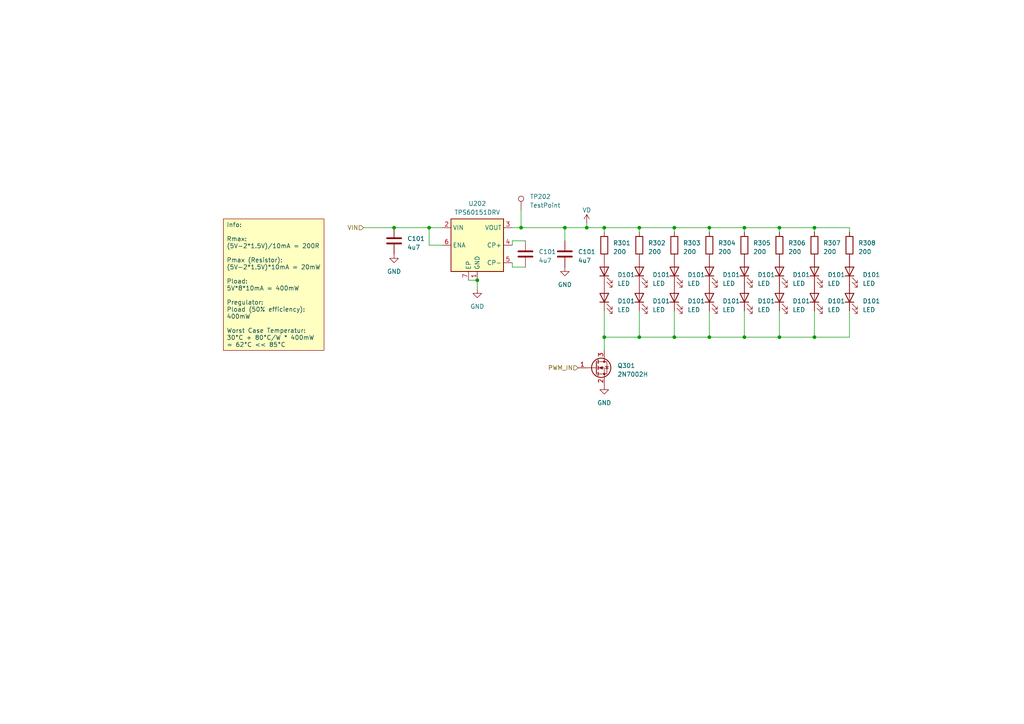
<source format=kicad_sch>
(kicad_sch (version 20230121) (generator eeschema)

  (uuid e608823b-30b9-4eed-96a2-c77bf46d57e6)

  (paper "A4")

  (lib_symbols
    (symbol "Connector:TestPoint" (pin_numbers hide) (pin_names (offset 0.762) hide) (in_bom yes) (on_board yes)
      (property "Reference" "TP" (at 0 6.858 0)
        (effects (font (size 1.27 1.27)))
      )
      (property "Value" "TestPoint" (at 0 5.08 0)
        (effects (font (size 1.27 1.27)))
      )
      (property "Footprint" "" (at 5.08 0 0)
        (effects (font (size 1.27 1.27)) hide)
      )
      (property "Datasheet" "~" (at 5.08 0 0)
        (effects (font (size 1.27 1.27)) hide)
      )
      (property "ki_keywords" "test point tp" (at 0 0 0)
        (effects (font (size 1.27 1.27)) hide)
      )
      (property "ki_description" "test point" (at 0 0 0)
        (effects (font (size 1.27 1.27)) hide)
      )
      (property "ki_fp_filters" "Pin* Test*" (at 0 0 0)
        (effects (font (size 1.27 1.27)) hide)
      )
      (symbol "TestPoint_0_1"
        (circle (center 0 3.302) (radius 0.762)
          (stroke (width 0) (type default))
          (fill (type none))
        )
      )
      (symbol "TestPoint_1_1"
        (pin passive line (at 0 0 90) (length 2.54)
          (name "1" (effects (font (size 1.27 1.27))))
          (number "1" (effects (font (size 1.27 1.27))))
        )
      )
    )
    (symbol "Device:C" (pin_numbers hide) (pin_names (offset 0.254)) (in_bom yes) (on_board yes)
      (property "Reference" "C" (at 0.635 2.54 0)
        (effects (font (size 1.27 1.27)) (justify left))
      )
      (property "Value" "C" (at 0.635 -2.54 0)
        (effects (font (size 1.27 1.27)) (justify left))
      )
      (property "Footprint" "" (at 0.9652 -3.81 0)
        (effects (font (size 1.27 1.27)) hide)
      )
      (property "Datasheet" "~" (at 0 0 0)
        (effects (font (size 1.27 1.27)) hide)
      )
      (property "ki_keywords" "cap capacitor" (at 0 0 0)
        (effects (font (size 1.27 1.27)) hide)
      )
      (property "ki_description" "Unpolarized capacitor" (at 0 0 0)
        (effects (font (size 1.27 1.27)) hide)
      )
      (property "ki_fp_filters" "C_*" (at 0 0 0)
        (effects (font (size 1.27 1.27)) hide)
      )
      (symbol "C_0_1"
        (polyline
          (pts
            (xy -2.032 -0.762)
            (xy 2.032 -0.762)
          )
          (stroke (width 0.508) (type default))
          (fill (type none))
        )
        (polyline
          (pts
            (xy -2.032 0.762)
            (xy 2.032 0.762)
          )
          (stroke (width 0.508) (type default))
          (fill (type none))
        )
      )
      (symbol "C_1_1"
        (pin passive line (at 0 3.81 270) (length 2.794)
          (name "~" (effects (font (size 1.27 1.27))))
          (number "1" (effects (font (size 1.27 1.27))))
        )
        (pin passive line (at 0 -3.81 90) (length 2.794)
          (name "~" (effects (font (size 1.27 1.27))))
          (number "2" (effects (font (size 1.27 1.27))))
        )
      )
    )
    (symbol "Device:LED" (pin_numbers hide) (pin_names (offset 1.016) hide) (in_bom yes) (on_board yes)
      (property "Reference" "D" (at 0 2.54 0)
        (effects (font (size 1.27 1.27)))
      )
      (property "Value" "LED" (at 0 -2.54 0)
        (effects (font (size 1.27 1.27)))
      )
      (property "Footprint" "" (at 0 0 0)
        (effects (font (size 1.27 1.27)) hide)
      )
      (property "Datasheet" "~" (at 0 0 0)
        (effects (font (size 1.27 1.27)) hide)
      )
      (property "ki_keywords" "LED diode" (at 0 0 0)
        (effects (font (size 1.27 1.27)) hide)
      )
      (property "ki_description" "Light emitting diode" (at 0 0 0)
        (effects (font (size 1.27 1.27)) hide)
      )
      (property "ki_fp_filters" "LED* LED_SMD:* LED_THT:*" (at 0 0 0)
        (effects (font (size 1.27 1.27)) hide)
      )
      (symbol "LED_0_1"
        (polyline
          (pts
            (xy -1.27 -1.27)
            (xy -1.27 1.27)
          )
          (stroke (width 0.254) (type default))
          (fill (type none))
        )
        (polyline
          (pts
            (xy -1.27 0)
            (xy 1.27 0)
          )
          (stroke (width 0) (type default))
          (fill (type none))
        )
        (polyline
          (pts
            (xy 1.27 -1.27)
            (xy 1.27 1.27)
            (xy -1.27 0)
            (xy 1.27 -1.27)
          )
          (stroke (width 0.254) (type default))
          (fill (type none))
        )
        (polyline
          (pts
            (xy -3.048 -0.762)
            (xy -4.572 -2.286)
            (xy -3.81 -2.286)
            (xy -4.572 -2.286)
            (xy -4.572 -1.524)
          )
          (stroke (width 0) (type default))
          (fill (type none))
        )
        (polyline
          (pts
            (xy -1.778 -0.762)
            (xy -3.302 -2.286)
            (xy -2.54 -2.286)
            (xy -3.302 -2.286)
            (xy -3.302 -1.524)
          )
          (stroke (width 0) (type default))
          (fill (type none))
        )
      )
      (symbol "LED_1_1"
        (pin passive line (at -3.81 0 0) (length 2.54)
          (name "K" (effects (font (size 1.27 1.27))))
          (number "1" (effects (font (size 1.27 1.27))))
        )
        (pin passive line (at 3.81 0 180) (length 2.54)
          (name "A" (effects (font (size 1.27 1.27))))
          (number "2" (effects (font (size 1.27 1.27))))
        )
      )
    )
    (symbol "Device:R" (pin_numbers hide) (pin_names (offset 0)) (in_bom yes) (on_board yes)
      (property "Reference" "R" (at 2.032 0 90)
        (effects (font (size 1.27 1.27)))
      )
      (property "Value" "R" (at 0 0 90)
        (effects (font (size 1.27 1.27)))
      )
      (property "Footprint" "" (at -1.778 0 90)
        (effects (font (size 1.27 1.27)) hide)
      )
      (property "Datasheet" "~" (at 0 0 0)
        (effects (font (size 1.27 1.27)) hide)
      )
      (property "ki_keywords" "R res resistor" (at 0 0 0)
        (effects (font (size 1.27 1.27)) hide)
      )
      (property "ki_description" "Resistor" (at 0 0 0)
        (effects (font (size 1.27 1.27)) hide)
      )
      (property "ki_fp_filters" "R_*" (at 0 0 0)
        (effects (font (size 1.27 1.27)) hide)
      )
      (symbol "R_0_1"
        (rectangle (start -1.016 -2.54) (end 1.016 2.54)
          (stroke (width 0.254) (type default))
          (fill (type none))
        )
      )
      (symbol "R_1_1"
        (pin passive line (at 0 3.81 270) (length 1.27)
          (name "~" (effects (font (size 1.27 1.27))))
          (number "1" (effects (font (size 1.27 1.27))))
        )
        (pin passive line (at 0 -3.81 90) (length 1.27)
          (name "~" (effects (font (size 1.27 1.27))))
          (number "2" (effects (font (size 1.27 1.27))))
        )
      )
    )
    (symbol "Regulator_SwitchedCapacitor:TPS60151DRV" (in_bom yes) (on_board yes)
      (property "Reference" "U" (at -6.35 8.89 0)
        (effects (font (size 1.27 1.27)))
      )
      (property "Value" "TPS60151DRV" (at 6.35 8.89 0)
        (effects (font (size 1.27 1.27)))
      )
      (property "Footprint" "Package_SON:WSON-6-1EP_2x2mm_P0.65mm_EP1x1.6mm_ThermalVias" (at 2.54 0 0)
        (effects (font (size 1.27 1.27)) hide)
      )
      (property "Datasheet" "https://www.ti.com/lit/ds/symlink/tps60151.pdf" (at 0 0 0)
        (effects (font (size 1.27 1.27)) hide)
      )
      (property "ki_keywords" "charge pump" (at 0 0 0)
        (effects (font (size 1.27 1.27)) hide)
      )
      (property "ki_description" "5V, 140mA charge-pump, WSON-6" (at 0 0 0)
        (effects (font (size 1.27 1.27)) hide)
      )
      (property "ki_fp_filters" "WSON*1EP*2x2mm*P0.65mm*" (at 0 0 0)
        (effects (font (size 1.27 1.27)) hide)
      )
      (symbol "TPS60151DRV_0_1"
        (rectangle (start -7.62 7.62) (end 7.62 -7.62)
          (stroke (width 0.254) (type default))
          (fill (type background))
        )
      )
      (symbol "TPS60151DRV_1_1"
        (pin power_in line (at 0 -10.16 90) (length 2.54)
          (name "GND" (effects (font (size 1.27 1.27))))
          (number "1" (effects (font (size 1.27 1.27))))
        )
        (pin power_in line (at -10.16 5.08 0) (length 2.54)
          (name "VIN" (effects (font (size 1.27 1.27))))
          (number "2" (effects (font (size 1.27 1.27))))
        )
        (pin power_out line (at 10.16 5.08 180) (length 2.54)
          (name "VOUT" (effects (font (size 1.27 1.27))))
          (number "3" (effects (font (size 1.27 1.27))))
        )
        (pin passive line (at 10.16 0 180) (length 2.54)
          (name "CP+" (effects (font (size 1.27 1.27))))
          (number "4" (effects (font (size 1.27 1.27))))
        )
        (pin passive line (at 10.16 -5.08 180) (length 2.54)
          (name "CP-" (effects (font (size 1.27 1.27))))
          (number "5" (effects (font (size 1.27 1.27))))
        )
        (pin input line (at -10.16 0 0) (length 2.54)
          (name "ENA" (effects (font (size 1.27 1.27))))
          (number "6" (effects (font (size 1.27 1.27))))
        )
        (pin passive line (at -2.54 -10.16 90) (length 2.54)
          (name "EP" (effects (font (size 1.27 1.27))))
          (number "7" (effects (font (size 1.27 1.27))))
        )
      )
    )
    (symbol "Transistor_FET:2N7002H" (pin_names hide) (in_bom yes) (on_board yes)
      (property "Reference" "Q" (at 5.08 1.905 0)
        (effects (font (size 1.27 1.27)) (justify left))
      )
      (property "Value" "2N7002H" (at 5.08 0 0)
        (effects (font (size 1.27 1.27)) (justify left))
      )
      (property "Footprint" "Package_TO_SOT_SMD:SOT-23" (at 5.08 -1.905 0)
        (effects (font (size 1.27 1.27) italic) (justify left) hide)
      )
      (property "Datasheet" "http://www.diodes.com/assets/Datasheets/2N7002H.pdf" (at 0 0 0)
        (effects (font (size 1.27 1.27)) (justify left) hide)
      )
      (property "ki_keywords" "N-Channel MOSFET" (at 0 0 0)
        (effects (font (size 1.27 1.27)) hide)
      )
      (property "ki_description" "0.21A Id, 60V Vds, N-Channel MOSFET, SOT-23" (at 0 0 0)
        (effects (font (size 1.27 1.27)) hide)
      )
      (property "ki_fp_filters" "SOT?23*" (at 0 0 0)
        (effects (font (size 1.27 1.27)) hide)
      )
      (symbol "2N7002H_0_1"
        (polyline
          (pts
            (xy 0.254 0)
            (xy -2.54 0)
          )
          (stroke (width 0) (type default))
          (fill (type none))
        )
        (polyline
          (pts
            (xy 0.254 1.905)
            (xy 0.254 -1.905)
          )
          (stroke (width 0.254) (type default))
          (fill (type none))
        )
        (polyline
          (pts
            (xy 0.762 -1.27)
            (xy 0.762 -2.286)
          )
          (stroke (width 0.254) (type default))
          (fill (type none))
        )
        (polyline
          (pts
            (xy 0.762 0.508)
            (xy 0.762 -0.508)
          )
          (stroke (width 0.254) (type default))
          (fill (type none))
        )
        (polyline
          (pts
            (xy 0.762 2.286)
            (xy 0.762 1.27)
          )
          (stroke (width 0.254) (type default))
          (fill (type none))
        )
        (polyline
          (pts
            (xy 2.54 2.54)
            (xy 2.54 1.778)
          )
          (stroke (width 0) (type default))
          (fill (type none))
        )
        (polyline
          (pts
            (xy 2.54 -2.54)
            (xy 2.54 0)
            (xy 0.762 0)
          )
          (stroke (width 0) (type default))
          (fill (type none))
        )
        (polyline
          (pts
            (xy 0.762 -1.778)
            (xy 3.302 -1.778)
            (xy 3.302 1.778)
            (xy 0.762 1.778)
          )
          (stroke (width 0) (type default))
          (fill (type none))
        )
        (polyline
          (pts
            (xy 1.016 0)
            (xy 2.032 0.381)
            (xy 2.032 -0.381)
            (xy 1.016 0)
          )
          (stroke (width 0) (type default))
          (fill (type outline))
        )
        (polyline
          (pts
            (xy 2.794 0.508)
            (xy 2.921 0.381)
            (xy 3.683 0.381)
            (xy 3.81 0.254)
          )
          (stroke (width 0) (type default))
          (fill (type none))
        )
        (polyline
          (pts
            (xy 3.302 0.381)
            (xy 2.921 -0.254)
            (xy 3.683 -0.254)
            (xy 3.302 0.381)
          )
          (stroke (width 0) (type default))
          (fill (type none))
        )
        (circle (center 1.651 0) (radius 2.794)
          (stroke (width 0.254) (type default))
          (fill (type none))
        )
        (circle (center 2.54 -1.778) (radius 0.254)
          (stroke (width 0) (type default))
          (fill (type outline))
        )
        (circle (center 2.54 1.778) (radius 0.254)
          (stroke (width 0) (type default))
          (fill (type outline))
        )
      )
      (symbol "2N7002H_1_1"
        (pin input line (at -5.08 0 0) (length 2.54)
          (name "G" (effects (font (size 1.27 1.27))))
          (number "1" (effects (font (size 1.27 1.27))))
        )
        (pin passive line (at 2.54 -5.08 90) (length 2.54)
          (name "S" (effects (font (size 1.27 1.27))))
          (number "2" (effects (font (size 1.27 1.27))))
        )
        (pin passive line (at 2.54 5.08 270) (length 2.54)
          (name "D" (effects (font (size 1.27 1.27))))
          (number "3" (effects (font (size 1.27 1.27))))
        )
      )
    )
    (symbol "power:GND" (power) (pin_names (offset 0)) (in_bom yes) (on_board yes)
      (property "Reference" "#PWR" (at 0 -6.35 0)
        (effects (font (size 1.27 1.27)) hide)
      )
      (property "Value" "GND" (at 0 -3.81 0)
        (effects (font (size 1.27 1.27)))
      )
      (property "Footprint" "" (at 0 0 0)
        (effects (font (size 1.27 1.27)) hide)
      )
      (property "Datasheet" "" (at 0 0 0)
        (effects (font (size 1.27 1.27)) hide)
      )
      (property "ki_keywords" "global power" (at 0 0 0)
        (effects (font (size 1.27 1.27)) hide)
      )
      (property "ki_description" "Power symbol creates a global label with name \"GND\" , ground" (at 0 0 0)
        (effects (font (size 1.27 1.27)) hide)
      )
      (symbol "GND_0_1"
        (polyline
          (pts
            (xy 0 0)
            (xy 0 -1.27)
            (xy 1.27 -1.27)
            (xy 0 -2.54)
            (xy -1.27 -1.27)
            (xy 0 -1.27)
          )
          (stroke (width 0) (type default))
          (fill (type none))
        )
      )
      (symbol "GND_1_1"
        (pin power_in line (at 0 0 270) (length 0) hide
          (name "GND" (effects (font (size 1.27 1.27))))
          (number "1" (effects (font (size 1.27 1.27))))
        )
      )
    )
    (symbol "power:VD" (power) (pin_names (offset 0)) (in_bom yes) (on_board yes)
      (property "Reference" "#PWR" (at 0 -3.81 0)
        (effects (font (size 1.27 1.27)) hide)
      )
      (property "Value" "VD" (at 0 3.81 0)
        (effects (font (size 1.27 1.27)))
      )
      (property "Footprint" "" (at 0 0 0)
        (effects (font (size 1.27 1.27)) hide)
      )
      (property "Datasheet" "" (at 0 0 0)
        (effects (font (size 1.27 1.27)) hide)
      )
      (property "ki_keywords" "global power" (at 0 0 0)
        (effects (font (size 1.27 1.27)) hide)
      )
      (property "ki_description" "Power symbol creates a global label with name \"VD\"" (at 0 0 0)
        (effects (font (size 1.27 1.27)) hide)
      )
      (symbol "VD_0_1"
        (polyline
          (pts
            (xy -0.762 1.27)
            (xy 0 2.54)
          )
          (stroke (width 0) (type default))
          (fill (type none))
        )
        (polyline
          (pts
            (xy 0 0)
            (xy 0 2.54)
          )
          (stroke (width 0) (type default))
          (fill (type none))
        )
        (polyline
          (pts
            (xy 0 2.54)
            (xy 0.762 1.27)
          )
          (stroke (width 0) (type default))
          (fill (type none))
        )
      )
      (symbol "VD_1_1"
        (pin power_in line (at 0 0 90) (length 0) hide
          (name "VD" (effects (font (size 1.27 1.27))))
          (number "1" (effects (font (size 1.27 1.27))))
        )
      )
    )
  )

  (junction (at 151.13 66.04) (diameter 0) (color 0 0 0 0)
    (uuid 13f84c2a-362e-46b6-af0b-e840f175baa9)
  )
  (junction (at 215.9 66.04) (diameter 0) (color 0 0 0 0)
    (uuid 23406ef0-a9dc-4c2d-97f8-534779bf3950)
  )
  (junction (at 215.9 97.79) (diameter 0) (color 0 0 0 0)
    (uuid 272ed22b-126b-4eff-800c-96b6c98177fb)
  )
  (junction (at 205.74 66.04) (diameter 0) (color 0 0 0 0)
    (uuid 27c20679-aebe-4d17-8f9c-5d14f204c9af)
  )
  (junction (at 236.22 66.04) (diameter 0) (color 0 0 0 0)
    (uuid 3d18d724-186f-4ab3-a15e-6239eb80ea2b)
  )
  (junction (at 195.58 97.79) (diameter 0) (color 0 0 0 0)
    (uuid 4043bb8f-c08e-4aaf-aa2e-4d47512b20bf)
  )
  (junction (at 124.46 66.04) (diameter 0) (color 0 0 0 0)
    (uuid 424e27fd-e7b0-4c37-869e-6e689335deb0)
  )
  (junction (at 226.06 66.04) (diameter 0) (color 0 0 0 0)
    (uuid 8778b17a-45c2-4089-a421-8e11e61dec55)
  )
  (junction (at 175.26 66.04) (diameter 0) (color 0 0 0 0)
    (uuid 8a2723bf-d61c-4056-86b6-3a9fbe1db095)
  )
  (junction (at 163.83 66.04) (diameter 0) (color 0 0 0 0)
    (uuid 9a4df732-e9d3-4867-8c33-3d203ab107ce)
  )
  (junction (at 114.3 66.04) (diameter 0) (color 0 0 0 0)
    (uuid 9bb61c0f-8fd1-445f-9d5d-ae4abcd805a4)
  )
  (junction (at 205.74 97.79) (diameter 0) (color 0 0 0 0)
    (uuid b28231bd-3598-4ab2-92ee-f3bc074caee6)
  )
  (junction (at 195.58 66.04) (diameter 0) (color 0 0 0 0)
    (uuid c5a230a4-24f5-4b69-857f-af098cfb3664)
  )
  (junction (at 226.06 97.79) (diameter 0) (color 0 0 0 0)
    (uuid c80c1109-2eba-44af-8d75-b40211130dc8)
  )
  (junction (at 236.22 97.79) (diameter 0) (color 0 0 0 0)
    (uuid d5b8c08f-b141-4540-a35b-6d7cc48640f3)
  )
  (junction (at 185.42 97.79) (diameter 0) (color 0 0 0 0)
    (uuid e6472d2a-f2ec-445c-9477-17d30824d5c9)
  )
  (junction (at 170.18 66.04) (diameter 0) (color 0 0 0 0)
    (uuid f6b72557-5784-4dc9-b546-4eb85a80150e)
  )
  (junction (at 138.43 81.28) (diameter 0) (color 0 0 0 0)
    (uuid f875e9db-a92b-46da-8daf-e45eb373f32b)
  )
  (junction (at 175.26 97.79) (diameter 0) (color 0 0 0 0)
    (uuid f8a0530e-6023-41b0-8783-2b4155398962)
  )
  (junction (at 185.42 66.04) (diameter 0) (color 0 0 0 0)
    (uuid ffb806b0-af6f-47cd-aa50-d469cd705bfc)
  )

  (wire (pts (xy 175.26 97.79) (xy 185.42 97.79))
    (stroke (width 0) (type default))
    (uuid 00b5ddc2-08db-4351-bfad-3d7123dd07bf)
  )
  (wire (pts (xy 185.42 66.04) (xy 185.42 67.31))
    (stroke (width 0) (type default))
    (uuid 02a1d998-622a-482f-a504-d72611b5af47)
  )
  (wire (pts (xy 215.9 66.04) (xy 226.06 66.04))
    (stroke (width 0) (type default))
    (uuid 0552bffa-1d40-4a38-a356-c02d46247850)
  )
  (wire (pts (xy 175.26 101.6) (xy 175.26 97.79))
    (stroke (width 0) (type default))
    (uuid 0922209a-211f-48bf-b9ec-7a1e7388a003)
  )
  (wire (pts (xy 175.26 66.04) (xy 185.42 66.04))
    (stroke (width 0) (type default))
    (uuid 0a3eb9dd-8af8-4475-82a7-45e54b1e3d91)
  )
  (wire (pts (xy 215.9 90.17) (xy 215.9 97.79))
    (stroke (width 0) (type default))
    (uuid 145b79b5-3f32-47b5-b5b7-37621cf244e5)
  )
  (wire (pts (xy 236.22 66.04) (xy 236.22 67.31))
    (stroke (width 0) (type default))
    (uuid 1ed73f2a-4e84-49eb-b29e-52abcb778b2e)
  )
  (wire (pts (xy 226.06 90.17) (xy 226.06 97.79))
    (stroke (width 0) (type default))
    (uuid 285a0c7e-3a3a-436e-837e-e9bb0f7edf8b)
  )
  (wire (pts (xy 185.42 97.79) (xy 195.58 97.79))
    (stroke (width 0) (type default))
    (uuid 3292257e-78c9-4545-a9c1-43c46ede7d0d)
  )
  (wire (pts (xy 236.22 66.04) (xy 246.38 66.04))
    (stroke (width 0) (type default))
    (uuid 380f6cd0-ea53-4b1a-a957-87e6a19b0012)
  )
  (wire (pts (xy 124.46 66.04) (xy 128.27 66.04))
    (stroke (width 0) (type default))
    (uuid 383b3106-65f5-4c45-b90d-eb413bb162be)
  )
  (wire (pts (xy 175.26 66.04) (xy 175.26 67.31))
    (stroke (width 0) (type default))
    (uuid 38f9a624-cafd-4dd0-bf05-fc2c2871031b)
  )
  (wire (pts (xy 170.18 66.04) (xy 175.26 66.04))
    (stroke (width 0) (type default))
    (uuid 3b78ffb2-43e8-448c-9a18-29f16ccd63a6)
  )
  (wire (pts (xy 148.59 71.12) (xy 148.59 69.85))
    (stroke (width 0) (type default))
    (uuid 429f75d5-1bee-4802-a4b4-bbf5cdd125f6)
  )
  (wire (pts (xy 246.38 97.79) (xy 246.38 90.17))
    (stroke (width 0) (type default))
    (uuid 5bbf37c6-e041-4617-bdb2-2417816ef11d)
  )
  (wire (pts (xy 205.74 66.04) (xy 215.9 66.04))
    (stroke (width 0) (type default))
    (uuid 5c6f739d-f612-44c7-953b-b1079d70b617)
  )
  (wire (pts (xy 175.26 90.17) (xy 175.26 97.79))
    (stroke (width 0) (type default))
    (uuid 62275e32-3e7a-4469-a223-9060066a318c)
  )
  (wire (pts (xy 148.59 69.85) (xy 152.4 69.85))
    (stroke (width 0) (type default))
    (uuid 68192c92-4f31-4a82-b7a8-ed06bb21641d)
  )
  (wire (pts (xy 114.3 66.04) (xy 124.46 66.04))
    (stroke (width 0) (type default))
    (uuid 6967bb4e-b879-4e84-a693-e6d3a1b0e13d)
  )
  (wire (pts (xy 215.9 66.04) (xy 215.9 67.31))
    (stroke (width 0) (type default))
    (uuid 6e0c445b-9f2b-425e-bffd-76276bb96979)
  )
  (wire (pts (xy 163.83 69.85) (xy 163.83 66.04))
    (stroke (width 0) (type default))
    (uuid 6e3755a7-8a71-4f49-8093-e0ac4bd75d3c)
  )
  (wire (pts (xy 205.74 90.17) (xy 205.74 97.79))
    (stroke (width 0) (type default))
    (uuid 738f8fe7-ad30-494d-91c2-b3171b23ed1c)
  )
  (wire (pts (xy 148.59 77.47) (xy 152.4 77.47))
    (stroke (width 0) (type default))
    (uuid 74578745-5bde-4642-b4ec-8bd1259a0c2e)
  )
  (wire (pts (xy 226.06 66.04) (xy 236.22 66.04))
    (stroke (width 0) (type default))
    (uuid 77892385-bdee-4b2b-ac61-1acd45f28f38)
  )
  (wire (pts (xy 236.22 97.79) (xy 246.38 97.79))
    (stroke (width 0) (type default))
    (uuid 83536e3d-0d4e-4af2-9948-9363d0125bd9)
  )
  (wire (pts (xy 135.89 81.28) (xy 138.43 81.28))
    (stroke (width 0) (type default))
    (uuid 86bc876a-b931-47c7-b6c1-e0ea983e83d9)
  )
  (wire (pts (xy 105.41 66.04) (xy 114.3 66.04))
    (stroke (width 0) (type default))
    (uuid 88cfac17-afe1-410a-b5d2-88d49d0c166c)
  )
  (wire (pts (xy 195.58 90.17) (xy 195.58 97.79))
    (stroke (width 0) (type default))
    (uuid 95e7bdeb-e965-4c62-9ba1-80f7c364aeb5)
  )
  (wire (pts (xy 195.58 66.04) (xy 205.74 66.04))
    (stroke (width 0) (type default))
    (uuid 98bd4f33-abfa-49c0-8d19-ee9a7c47ae59)
  )
  (wire (pts (xy 185.42 90.17) (xy 185.42 97.79))
    (stroke (width 0) (type default))
    (uuid 9fc8e123-f0b9-47d8-977c-9dae2f3ef912)
  )
  (wire (pts (xy 128.27 71.12) (xy 124.46 71.12))
    (stroke (width 0) (type default))
    (uuid a08f1dc3-224f-4283-8633-202b65b285ba)
  )
  (wire (pts (xy 195.58 66.04) (xy 195.58 67.31))
    (stroke (width 0) (type default))
    (uuid b12a5c10-5462-41ce-ae61-a3e23d57176a)
  )
  (wire (pts (xy 215.9 97.79) (xy 226.06 97.79))
    (stroke (width 0) (type default))
    (uuid b3478a34-398e-4cb4-a779-af93bdde9d0f)
  )
  (wire (pts (xy 195.58 97.79) (xy 205.74 97.79))
    (stroke (width 0) (type default))
    (uuid b7136ae6-5f5b-432b-aeb2-af0d366b96d5)
  )
  (wire (pts (xy 205.74 66.04) (xy 205.74 67.31))
    (stroke (width 0) (type default))
    (uuid c277f03f-4418-4740-a184-4fd10292f6d7)
  )
  (wire (pts (xy 226.06 66.04) (xy 226.06 67.31))
    (stroke (width 0) (type default))
    (uuid c502a8a8-240b-4ba8-b42c-12d41192979e)
  )
  (wire (pts (xy 148.59 76.2) (xy 148.59 77.47))
    (stroke (width 0) (type default))
    (uuid c67096e5-94f3-4831-987f-dab6e5834d38)
  )
  (wire (pts (xy 124.46 71.12) (xy 124.46 66.04))
    (stroke (width 0) (type default))
    (uuid cd8dec23-df71-4451-9b7e-5df78968b460)
  )
  (wire (pts (xy 226.06 97.79) (xy 236.22 97.79))
    (stroke (width 0) (type default))
    (uuid d20bebea-5069-4871-9633-5f757c604e72)
  )
  (wire (pts (xy 246.38 66.04) (xy 246.38 67.31))
    (stroke (width 0) (type default))
    (uuid d6c00f11-0e78-4842-ab5b-68f390a86c73)
  )
  (wire (pts (xy 205.74 97.79) (xy 215.9 97.79))
    (stroke (width 0) (type default))
    (uuid d6e9430d-daf1-49a9-bdaf-c4c89a2435fe)
  )
  (wire (pts (xy 138.43 81.28) (xy 138.43 83.82))
    (stroke (width 0) (type default))
    (uuid df4f40ed-7cc1-4ad3-a1af-832b5f80e5b0)
  )
  (wire (pts (xy 163.83 66.04) (xy 170.18 66.04))
    (stroke (width 0) (type default))
    (uuid e3c9b8fc-a097-4544-8f43-1738c175504b)
  )
  (wire (pts (xy 170.18 64.77) (xy 170.18 66.04))
    (stroke (width 0) (type default))
    (uuid e9e8cce9-b428-49d1-9587-1b743cd9bf13)
  )
  (wire (pts (xy 151.13 66.04) (xy 163.83 66.04))
    (stroke (width 0) (type default))
    (uuid f30b3451-eb9e-4c39-80a5-4dd5c6365ea5)
  )
  (wire (pts (xy 185.42 66.04) (xy 195.58 66.04))
    (stroke (width 0) (type default))
    (uuid f717d707-bdfa-482c-ae54-488734ee09b7)
  )
  (wire (pts (xy 151.13 60.96) (xy 151.13 66.04))
    (stroke (width 0) (type default))
    (uuid f984ee6d-b41f-4342-863c-94ab0e962250)
  )
  (wire (pts (xy 236.22 90.17) (xy 236.22 97.79))
    (stroke (width 0) (type default))
    (uuid faee9b32-00a4-4881-a13b-c7ffd495394e)
  )
  (wire (pts (xy 151.13 66.04) (xy 148.59 66.04))
    (stroke (width 0) (type default))
    (uuid ffab987f-1366-49c9-aeff-6db671f40b50)
  )

  (text_box "Info:\n\nRmax:\n(5V-2*1.5V)/10mA = 200R\n\nPmax (Resistor):\n(5V-2*1.5V)*10mA = 20mW\n\nPload:\n5V*8*10mA = 400mW\n\nPregulator:\nPload (50% efficiency): 400mW\n\nWorst Case Temperatur:\n30°C + 80°C/W * 400mW = 62°C << 85°C\n"
    (at 64.77 63.5 0) (size 29.21 38.1)
    (stroke (width 0) (type default) (color 132 0 0 1))
    (fill (type color) (color 255 255 194 1))
    (effects (font (size 1.27 1.27) (color 0 72 72 1)) (justify left top))
    (uuid fdf48602-5d1b-4354-823f-7b2b39fce4a0)
  )

  (hierarchical_label "VIN" (shape input) (at 105.41 66.04 180) (fields_autoplaced)
    (effects (font (size 1.27 1.27)) (justify right))
    (uuid 8b50d7b8-7edb-40a7-bc3e-15f8bab72530)
  )
  (hierarchical_label "PWM_IN" (shape input) (at 167.64 106.68 180) (fields_autoplaced)
    (effects (font (size 1.27 1.27)) (justify right))
    (uuid ceb49fb0-8015-4003-8841-e54398ea597a)
  )

  (symbol (lib_id "Device:LED") (at 195.58 86.36 90) (unit 1)
    (in_bom yes) (on_board yes) (dnp no) (fields_autoplaced)
    (uuid 01ed8901-d711-4b45-b6b9-a72f67283806)
    (property "Reference" "D101" (at 199.39 87.3125 90)
      (effects (font (size 1.27 1.27)) (justify right))
    )
    (property "Value" "LED" (at 199.39 89.8525 90)
      (effects (font (size 1.27 1.27)) (justify right))
    )
    (property "Footprint" "LED_THT:LED_D3.0mm" (at 195.58 86.36 0)
      (effects (font (size 1.27 1.27)) hide)
    )
    (property "Datasheet" "~" (at 195.58 86.36 0)
      (effects (font (size 1.27 1.27)) hide)
    )
    (pin "1" (uuid 53c43faf-48dc-4ca7-b531-8dcf309f41eb))
    (pin "2" (uuid cf898c68-021c-45eb-a4b1-e73f6c58d9fd))
    (instances
      (project "MamaGeburtstag2023"
        (path "/cbe27049-d298-4618-8cfc-5ee884c2b4ee"
          (reference "D101") (unit 1)
        )
        (path "/cbe27049-d298-4618-8cfc-5ee884c2b4ee/70c53f8f-ff05-4feb-bbf8-ab9935cbfd62"
          (reference "D311") (unit 1)
        )
      )
    )
  )

  (symbol (lib_id "Device:R") (at 236.22 71.12 0) (unit 1)
    (in_bom yes) (on_board yes) (dnp no) (fields_autoplaced)
    (uuid 0529d39a-39e1-45ec-b1be-dc4968f9dd1a)
    (property "Reference" "R307" (at 238.76 70.485 0)
      (effects (font (size 1.27 1.27)) (justify left))
    )
    (property "Value" "200" (at 238.76 73.025 0)
      (effects (font (size 1.27 1.27)) (justify left))
    )
    (property "Footprint" "Resistor_SMD:R_0603_1608Metric" (at 234.442 71.12 90)
      (effects (font (size 1.27 1.27)) hide)
    )
    (property "Datasheet" "~" (at 236.22 71.12 0)
      (effects (font (size 1.27 1.27)) hide)
    )
    (pin "1" (uuid 5bb44833-5088-45c7-9b53-a0759c9d86fd))
    (pin "2" (uuid 56bb603f-d1d0-480a-966c-2a9c141022db))
    (instances
      (project "MamaGeburtstag2023"
        (path "/cbe27049-d298-4618-8cfc-5ee884c2b4ee/70c53f8f-ff05-4feb-bbf8-ab9935cbfd62"
          (reference "R307") (unit 1)
        )
      )
    )
  )

  (symbol (lib_id "power:VD") (at 170.18 64.77 0) (unit 1)
    (in_bom yes) (on_board yes) (dnp no) (fields_autoplaced)
    (uuid 113a347a-f2fe-417e-96ef-edf7302e02fd)
    (property "Reference" "#PWR0110" (at 170.18 68.58 0)
      (effects (font (size 1.27 1.27)) hide)
    )
    (property "Value" "VD" (at 170.18 60.96 0)
      (effects (font (size 1.27 1.27)))
    )
    (property "Footprint" "" (at 170.18 64.77 0)
      (effects (font (size 1.27 1.27)) hide)
    )
    (property "Datasheet" "" (at 170.18 64.77 0)
      (effects (font (size 1.27 1.27)) hide)
    )
    (pin "1" (uuid f2bf01e8-d1a8-441a-b860-096d90509f56))
    (instances
      (project "MamaGeburtstag2023"
        (path "/cbe27049-d298-4618-8cfc-5ee884c2b4ee"
          (reference "#PWR0110") (unit 1)
        )
        (path "/cbe27049-d298-4618-8cfc-5ee884c2b4ee/70c53f8f-ff05-4feb-bbf8-ab9935cbfd62"
          (reference "#PWR0301") (unit 1)
        )
      )
    )
  )

  (symbol (lib_id "Connector:TestPoint") (at 151.13 60.96 0) (unit 1)
    (in_bom yes) (on_board yes) (dnp no) (fields_autoplaced)
    (uuid 151995f8-162d-4c90-96ce-8f377100af12)
    (property "Reference" "TP202" (at 153.67 57.023 0)
      (effects (font (size 1.27 1.27)) (justify left))
    )
    (property "Value" "TestPoint" (at 153.67 59.563 0)
      (effects (font (size 1.27 1.27)) (justify left))
    )
    (property "Footprint" "TestPoint:TestPoint_Pad_1.0x1.0mm" (at 156.21 60.96 0)
      (effects (font (size 1.27 1.27)) hide)
    )
    (property "Datasheet" "~" (at 156.21 60.96 0)
      (effects (font (size 1.27 1.27)) hide)
    )
    (pin "1" (uuid 50a5eeae-b510-4b3d-9233-5e70376347db))
    (instances
      (project "MamaGeburtstag2023"
        (path "/cbe27049-d298-4618-8cfc-5ee884c2b4ee/b818831b-2b4b-4b5c-a26e-ee2b043bca1c"
          (reference "TP202") (unit 1)
        )
        (path "/cbe27049-d298-4618-8cfc-5ee884c2b4ee/70c53f8f-ff05-4feb-bbf8-ab9935cbfd62"
          (reference "TP301") (unit 1)
        )
      )
    )
  )

  (symbol (lib_id "Device:R") (at 195.58 71.12 0) (unit 1)
    (in_bom yes) (on_board yes) (dnp no) (fields_autoplaced)
    (uuid 2066b5af-356a-40e2-8143-601480c6140d)
    (property "Reference" "R303" (at 198.12 70.485 0)
      (effects (font (size 1.27 1.27)) (justify left))
    )
    (property "Value" "200" (at 198.12 73.025 0)
      (effects (font (size 1.27 1.27)) (justify left))
    )
    (property "Footprint" "Resistor_SMD:R_0603_1608Metric" (at 193.802 71.12 90)
      (effects (font (size 1.27 1.27)) hide)
    )
    (property "Datasheet" "~" (at 195.58 71.12 0)
      (effects (font (size 1.27 1.27)) hide)
    )
    (pin "1" (uuid 22d9cda5-d726-4d41-b2c5-47809fdd4b9c))
    (pin "2" (uuid d8104478-990f-4eb7-b515-3eb415a7f521))
    (instances
      (project "MamaGeburtstag2023"
        (path "/cbe27049-d298-4618-8cfc-5ee884c2b4ee/70c53f8f-ff05-4feb-bbf8-ab9935cbfd62"
          (reference "R303") (unit 1)
        )
      )
    )
  )

  (symbol (lib_id "Device:LED") (at 185.42 78.74 90) (unit 1)
    (in_bom yes) (on_board yes) (dnp no) (fields_autoplaced)
    (uuid 27876cb8-fd70-4709-afa1-c7111c56370a)
    (property "Reference" "D101" (at 189.23 79.6925 90)
      (effects (font (size 1.27 1.27)) (justify right))
    )
    (property "Value" "LED" (at 189.23 82.2325 90)
      (effects (font (size 1.27 1.27)) (justify right))
    )
    (property "Footprint" "LED_THT:LED_D3.0mm" (at 185.42 78.74 0)
      (effects (font (size 1.27 1.27)) hide)
    )
    (property "Datasheet" "~" (at 185.42 78.74 0)
      (effects (font (size 1.27 1.27)) hide)
    )
    (pin "1" (uuid 74ccaf0c-9740-4d69-9cc2-8487fdfb2ab4))
    (pin "2" (uuid 00ac7dcc-a237-4572-9960-3155e52905bd))
    (instances
      (project "MamaGeburtstag2023"
        (path "/cbe27049-d298-4618-8cfc-5ee884c2b4ee"
          (reference "D101") (unit 1)
        )
        (path "/cbe27049-d298-4618-8cfc-5ee884c2b4ee/70c53f8f-ff05-4feb-bbf8-ab9935cbfd62"
          (reference "D302") (unit 1)
        )
      )
    )
  )

  (symbol (lib_id "Device:LED") (at 246.38 78.74 90) (unit 1)
    (in_bom yes) (on_board yes) (dnp no) (fields_autoplaced)
    (uuid 299fb0d6-6d91-44e7-904c-ea6c6f49ce34)
    (property "Reference" "D101" (at 250.19 79.6925 90)
      (effects (font (size 1.27 1.27)) (justify right))
    )
    (property "Value" "LED" (at 250.19 82.2325 90)
      (effects (font (size 1.27 1.27)) (justify right))
    )
    (property "Footprint" "LED_THT:LED_D3.0mm" (at 246.38 78.74 0)
      (effects (font (size 1.27 1.27)) hide)
    )
    (property "Datasheet" "~" (at 246.38 78.74 0)
      (effects (font (size 1.27 1.27)) hide)
    )
    (pin "1" (uuid 1c9aebec-5b35-4c11-9de6-56528d17c38f))
    (pin "2" (uuid cd21bb29-7aaa-4485-b8e3-cc88abd0063c))
    (instances
      (project "MamaGeburtstag2023"
        (path "/cbe27049-d298-4618-8cfc-5ee884c2b4ee"
          (reference "D101") (unit 1)
        )
        (path "/cbe27049-d298-4618-8cfc-5ee884c2b4ee/70c53f8f-ff05-4feb-bbf8-ab9935cbfd62"
          (reference "D308") (unit 1)
        )
      )
    )
  )

  (symbol (lib_id "power:GND") (at 138.43 83.82 0) (unit 1)
    (in_bom yes) (on_board yes) (dnp no) (fields_autoplaced)
    (uuid 2d70dff3-0286-4679-9c3f-cfd128e3fe5e)
    (property "Reference" "#PWR0103" (at 138.43 90.17 0)
      (effects (font (size 1.27 1.27)) hide)
    )
    (property "Value" "GND" (at 138.43 88.9 0)
      (effects (font (size 1.27 1.27)))
    )
    (property "Footprint" "" (at 138.43 83.82 0)
      (effects (font (size 1.27 1.27)) hide)
    )
    (property "Datasheet" "" (at 138.43 83.82 0)
      (effects (font (size 1.27 1.27)) hide)
    )
    (pin "1" (uuid 59f96528-3edd-4e48-8199-07e5ed510406))
    (instances
      (project "MamaGeburtstag2023"
        (path "/cbe27049-d298-4618-8cfc-5ee884c2b4ee"
          (reference "#PWR0103") (unit 1)
        )
        (path "/cbe27049-d298-4618-8cfc-5ee884c2b4ee/b818831b-2b4b-4b5c-a26e-ee2b043bca1c"
          (reference "#PWR0215") (unit 1)
        )
        (path "/cbe27049-d298-4618-8cfc-5ee884c2b4ee/70c53f8f-ff05-4feb-bbf8-ab9935cbfd62"
          (reference "#PWR0305") (unit 1)
        )
      )
    )
  )

  (symbol (lib_id "power:GND") (at 163.83 77.47 0) (unit 1)
    (in_bom yes) (on_board yes) (dnp no) (fields_autoplaced)
    (uuid 2e890c52-b8fc-433a-b1e9-91ec632c6432)
    (property "Reference" "#PWR0103" (at 163.83 83.82 0)
      (effects (font (size 1.27 1.27)) hide)
    )
    (property "Value" "GND" (at 163.83 82.55 0)
      (effects (font (size 1.27 1.27)))
    )
    (property "Footprint" "" (at 163.83 77.47 0)
      (effects (font (size 1.27 1.27)) hide)
    )
    (property "Datasheet" "" (at 163.83 77.47 0)
      (effects (font (size 1.27 1.27)) hide)
    )
    (pin "1" (uuid c72195ac-1333-4de3-97ab-9d6f3b4cfa74))
    (instances
      (project "MamaGeburtstag2023"
        (path "/cbe27049-d298-4618-8cfc-5ee884c2b4ee"
          (reference "#PWR0103") (unit 1)
        )
        (path "/cbe27049-d298-4618-8cfc-5ee884c2b4ee/b818831b-2b4b-4b5c-a26e-ee2b043bca1c"
          (reference "#PWR0205") (unit 1)
        )
        (path "/cbe27049-d298-4618-8cfc-5ee884c2b4ee/70c53f8f-ff05-4feb-bbf8-ab9935cbfd62"
          (reference "#PWR0304") (unit 1)
        )
      )
    )
  )

  (symbol (lib_id "Device:LED") (at 236.22 86.36 90) (unit 1)
    (in_bom yes) (on_board yes) (dnp no) (fields_autoplaced)
    (uuid 2f951ddc-be30-49c6-9e65-2f476a9cfa4d)
    (property "Reference" "D101" (at 240.03 87.3125 90)
      (effects (font (size 1.27 1.27)) (justify right))
    )
    (property "Value" "LED" (at 240.03 89.8525 90)
      (effects (font (size 1.27 1.27)) (justify right))
    )
    (property "Footprint" "LED_THT:LED_D3.0mm" (at 236.22 86.36 0)
      (effects (font (size 1.27 1.27)) hide)
    )
    (property "Datasheet" "~" (at 236.22 86.36 0)
      (effects (font (size 1.27 1.27)) hide)
    )
    (pin "1" (uuid 159b2801-768f-4556-b7af-1386ed972638))
    (pin "2" (uuid b798d7e6-4393-49db-86c6-dc1305f94d1c))
    (instances
      (project "MamaGeburtstag2023"
        (path "/cbe27049-d298-4618-8cfc-5ee884c2b4ee"
          (reference "D101") (unit 1)
        )
        (path "/cbe27049-d298-4618-8cfc-5ee884c2b4ee/70c53f8f-ff05-4feb-bbf8-ab9935cbfd62"
          (reference "D315") (unit 1)
        )
      )
    )
  )

  (symbol (lib_id "Device:LED") (at 185.42 86.36 90) (unit 1)
    (in_bom yes) (on_board yes) (dnp no) (fields_autoplaced)
    (uuid 336f8b79-eba8-4903-926b-82725ab32dad)
    (property "Reference" "D101" (at 189.23 87.3125 90)
      (effects (font (size 1.27 1.27)) (justify right))
    )
    (property "Value" "LED" (at 189.23 89.8525 90)
      (effects (font (size 1.27 1.27)) (justify right))
    )
    (property "Footprint" "LED_THT:LED_D3.0mm" (at 185.42 86.36 0)
      (effects (font (size 1.27 1.27)) hide)
    )
    (property "Datasheet" "~" (at 185.42 86.36 0)
      (effects (font (size 1.27 1.27)) hide)
    )
    (pin "1" (uuid deadcafc-25d1-43a2-8751-321d309d253e))
    (pin "2" (uuid 5d0fa77c-d7dc-48f4-84be-ed227a60b861))
    (instances
      (project "MamaGeburtstag2023"
        (path "/cbe27049-d298-4618-8cfc-5ee884c2b4ee"
          (reference "D101") (unit 1)
        )
        (path "/cbe27049-d298-4618-8cfc-5ee884c2b4ee/70c53f8f-ff05-4feb-bbf8-ab9935cbfd62"
          (reference "D310") (unit 1)
        )
      )
    )
  )

  (symbol (lib_id "Transistor_FET:2N7002H") (at 172.72 106.68 0) (unit 1)
    (in_bom yes) (on_board yes) (dnp no) (fields_autoplaced)
    (uuid 3b417e37-fd3e-4216-8972-e57ec88222cb)
    (property "Reference" "Q301" (at 179.07 106.045 0)
      (effects (font (size 1.27 1.27)) (justify left))
    )
    (property "Value" "2N7002H" (at 179.07 108.585 0)
      (effects (font (size 1.27 1.27)) (justify left))
    )
    (property "Footprint" "Package_TO_SOT_SMD:SOT-23" (at 177.8 108.585 0)
      (effects (font (size 1.27 1.27) italic) (justify left) hide)
    )
    (property "Datasheet" "http://www.diodes.com/assets/Datasheets/2N7002H.pdf" (at 172.72 106.68 0)
      (effects (font (size 1.27 1.27)) (justify left) hide)
    )
    (pin "1" (uuid 2f9f4786-a8a4-4a31-8ffe-3e06094e5386))
    (pin "2" (uuid 1199c18d-1fb6-4b06-9293-b32e79d72746))
    (pin "3" (uuid c1e423a9-0f57-4dd7-9879-19f7e9132e2b))
    (instances
      (project "MamaGeburtstag2023"
        (path "/cbe27049-d298-4618-8cfc-5ee884c2b4ee/70c53f8f-ff05-4feb-bbf8-ab9935cbfd62"
          (reference "Q301") (unit 1)
        )
      )
    )
  )

  (symbol (lib_id "Regulator_SwitchedCapacitor:TPS60151DRV") (at 138.43 71.12 0) (unit 1)
    (in_bom yes) (on_board yes) (dnp no) (fields_autoplaced)
    (uuid 405a8114-aad9-4b58-bddb-ca1321eb111f)
    (property "Reference" "U202" (at 138.43 59.055 0)
      (effects (font (size 1.27 1.27)))
    )
    (property "Value" "TPS60151DRV" (at 138.43 61.595 0)
      (effects (font (size 1.27 1.27)))
    )
    (property "Footprint" "Package_SON:WSON-6-1EP_2x2mm_P0.65mm_EP1x1.6mm_ThermalVias" (at 140.97 71.12 0)
      (effects (font (size 1.27 1.27)) hide)
    )
    (property "Datasheet" "https://www.ti.com/lit/ds/symlink/tps60151.pdf" (at 138.43 71.12 0)
      (effects (font (size 1.27 1.27)) hide)
    )
    (pin "1" (uuid bfef0ab4-e6d9-4261-8ccf-792a0cad512c))
    (pin "2" (uuid 88294b92-2d69-45e7-ad8e-f5217f960e36))
    (pin "3" (uuid 7ada9d3e-6ac0-402d-b4ad-126545729894))
    (pin "4" (uuid 0de12c36-1556-43c5-9458-bdaca07ca4b1))
    (pin "5" (uuid a89d2449-22eb-404e-b18d-fbf37c5bf7e2))
    (pin "6" (uuid 76410f1b-e5de-4fae-80aa-2c71ee4de60e))
    (pin "7" (uuid 3622a62e-879a-49a4-8edf-1a078076515a))
    (instances
      (project "MamaGeburtstag2023"
        (path "/cbe27049-d298-4618-8cfc-5ee884c2b4ee/b818831b-2b4b-4b5c-a26e-ee2b043bca1c"
          (reference "U202") (unit 1)
        )
        (path "/cbe27049-d298-4618-8cfc-5ee884c2b4ee/70c53f8f-ff05-4feb-bbf8-ab9935cbfd62"
          (reference "U301") (unit 1)
        )
      )
    )
  )

  (symbol (lib_id "Device:LED") (at 226.06 78.74 90) (unit 1)
    (in_bom yes) (on_board yes) (dnp no) (fields_autoplaced)
    (uuid 448f4083-9c1d-49e6-a270-fde8f4a02396)
    (property "Reference" "D101" (at 229.87 79.6925 90)
      (effects (font (size 1.27 1.27)) (justify right))
    )
    (property "Value" "LED" (at 229.87 82.2325 90)
      (effects (font (size 1.27 1.27)) (justify right))
    )
    (property "Footprint" "LED_THT:LED_D3.0mm" (at 226.06 78.74 0)
      (effects (font (size 1.27 1.27)) hide)
    )
    (property "Datasheet" "~" (at 226.06 78.74 0)
      (effects (font (size 1.27 1.27)) hide)
    )
    (pin "1" (uuid 6ac380ee-6f24-494c-aabe-aa7a006a9451))
    (pin "2" (uuid 06bd381d-b9d2-4720-bea3-dc7238eb4469))
    (instances
      (project "MamaGeburtstag2023"
        (path "/cbe27049-d298-4618-8cfc-5ee884c2b4ee"
          (reference "D101") (unit 1)
        )
        (path "/cbe27049-d298-4618-8cfc-5ee884c2b4ee/70c53f8f-ff05-4feb-bbf8-ab9935cbfd62"
          (reference "D306") (unit 1)
        )
      )
    )
  )

  (symbol (lib_id "Device:C") (at 114.3 69.85 0) (unit 1)
    (in_bom yes) (on_board yes) (dnp no)
    (uuid 4559b28b-b41b-4e68-9bd4-e977008f8aac)
    (property "Reference" "C101" (at 118.11 69.215 0)
      (effects (font (size 1.27 1.27)) (justify left))
    )
    (property "Value" "4u7" (at 118.11 71.755 0)
      (effects (font (size 1.27 1.27)) (justify left))
    )
    (property "Footprint" "Capacitor_SMD:C_0603_1608Metric" (at 115.2652 73.66 0)
      (effects (font (size 1.27 1.27)) hide)
    )
    (property "Datasheet" "~" (at 114.3 69.85 0)
      (effects (font (size 1.27 1.27)) hide)
    )
    (pin "1" (uuid 2f1b838d-8100-49be-bcdb-3061cc380d08))
    (pin "2" (uuid c145857a-a796-462b-b625-c4069e887362))
    (instances
      (project "MamaGeburtstag2023"
        (path "/cbe27049-d298-4618-8cfc-5ee884c2b4ee"
          (reference "C101") (unit 1)
        )
        (path "/cbe27049-d298-4618-8cfc-5ee884c2b4ee/b818831b-2b4b-4b5c-a26e-ee2b043bca1c"
          (reference "C208") (unit 1)
        )
        (path "/cbe27049-d298-4618-8cfc-5ee884c2b4ee/70c53f8f-ff05-4feb-bbf8-ab9935cbfd62"
          (reference "C301") (unit 1)
        )
      )
    )
  )

  (symbol (lib_id "Device:LED") (at 205.74 86.36 90) (unit 1)
    (in_bom yes) (on_board yes) (dnp no) (fields_autoplaced)
    (uuid 60bc96a8-c02c-4669-928a-a809848b275b)
    (property "Reference" "D101" (at 209.55 87.3125 90)
      (effects (font (size 1.27 1.27)) (justify right))
    )
    (property "Value" "LED" (at 209.55 89.8525 90)
      (effects (font (size 1.27 1.27)) (justify right))
    )
    (property "Footprint" "LED_THT:LED_D3.0mm" (at 205.74 86.36 0)
      (effects (font (size 1.27 1.27)) hide)
    )
    (property "Datasheet" "~" (at 205.74 86.36 0)
      (effects (font (size 1.27 1.27)) hide)
    )
    (pin "1" (uuid 1bb83afc-22db-451d-ba67-b15926c17456))
    (pin "2" (uuid 3d7ff4b0-90b1-4292-b612-a77833cd0d52))
    (instances
      (project "MamaGeburtstag2023"
        (path "/cbe27049-d298-4618-8cfc-5ee884c2b4ee"
          (reference "D101") (unit 1)
        )
        (path "/cbe27049-d298-4618-8cfc-5ee884c2b4ee/70c53f8f-ff05-4feb-bbf8-ab9935cbfd62"
          (reference "D312") (unit 1)
        )
      )
    )
  )

  (symbol (lib_id "Device:R") (at 246.38 71.12 0) (unit 1)
    (in_bom yes) (on_board yes) (dnp no) (fields_autoplaced)
    (uuid 6543edf2-ca7b-446e-8f5e-1f33f4a44052)
    (property "Reference" "R308" (at 248.92 70.485 0)
      (effects (font (size 1.27 1.27)) (justify left))
    )
    (property "Value" "200" (at 248.92 73.025 0)
      (effects (font (size 1.27 1.27)) (justify left))
    )
    (property "Footprint" "Resistor_SMD:R_0603_1608Metric" (at 244.602 71.12 90)
      (effects (font (size 1.27 1.27)) hide)
    )
    (property "Datasheet" "~" (at 246.38 71.12 0)
      (effects (font (size 1.27 1.27)) hide)
    )
    (pin "1" (uuid 867b4b87-e724-4ef3-a96d-f979d3a9d4be))
    (pin "2" (uuid 4cd0e870-ddc2-4667-83a1-fd2573fbe879))
    (instances
      (project "MamaGeburtstag2023"
        (path "/cbe27049-d298-4618-8cfc-5ee884c2b4ee/70c53f8f-ff05-4feb-bbf8-ab9935cbfd62"
          (reference "R308") (unit 1)
        )
      )
    )
  )

  (symbol (lib_id "Device:R") (at 226.06 71.12 0) (unit 1)
    (in_bom yes) (on_board yes) (dnp no) (fields_autoplaced)
    (uuid 6cb59e8a-77c5-4f2b-ba93-004fdd40021a)
    (property "Reference" "R306" (at 228.6 70.485 0)
      (effects (font (size 1.27 1.27)) (justify left))
    )
    (property "Value" "200" (at 228.6 73.025 0)
      (effects (font (size 1.27 1.27)) (justify left))
    )
    (property "Footprint" "Resistor_SMD:R_0603_1608Metric" (at 224.282 71.12 90)
      (effects (font (size 1.27 1.27)) hide)
    )
    (property "Datasheet" "~" (at 226.06 71.12 0)
      (effects (font (size 1.27 1.27)) hide)
    )
    (pin "1" (uuid 19de3d9b-10f3-4341-a6c8-9fe908479d93))
    (pin "2" (uuid 917918f5-46f7-4cfc-b652-491cc31f1e83))
    (instances
      (project "MamaGeburtstag2023"
        (path "/cbe27049-d298-4618-8cfc-5ee884c2b4ee/70c53f8f-ff05-4feb-bbf8-ab9935cbfd62"
          (reference "R306") (unit 1)
        )
      )
    )
  )

  (symbol (lib_id "Device:LED") (at 215.9 86.36 90) (unit 1)
    (in_bom yes) (on_board yes) (dnp no) (fields_autoplaced)
    (uuid 732dbf12-cdef-4b8d-9171-41e6d927103f)
    (property "Reference" "D101" (at 219.71 87.3125 90)
      (effects (font (size 1.27 1.27)) (justify right))
    )
    (property "Value" "LED" (at 219.71 89.8525 90)
      (effects (font (size 1.27 1.27)) (justify right))
    )
    (property "Footprint" "LED_THT:LED_D3.0mm" (at 215.9 86.36 0)
      (effects (font (size 1.27 1.27)) hide)
    )
    (property "Datasheet" "~" (at 215.9 86.36 0)
      (effects (font (size 1.27 1.27)) hide)
    )
    (pin "1" (uuid a99b485a-634b-496a-96a9-ef60e0658d96))
    (pin "2" (uuid 2c439ff6-9632-4c34-acd6-b3c26d0cde9d))
    (instances
      (project "MamaGeburtstag2023"
        (path "/cbe27049-d298-4618-8cfc-5ee884c2b4ee"
          (reference "D101") (unit 1)
        )
        (path "/cbe27049-d298-4618-8cfc-5ee884c2b4ee/70c53f8f-ff05-4feb-bbf8-ab9935cbfd62"
          (reference "D313") (unit 1)
        )
      )
    )
  )

  (symbol (lib_id "Device:LED") (at 236.22 78.74 90) (unit 1)
    (in_bom yes) (on_board yes) (dnp no) (fields_autoplaced)
    (uuid 754f0bd7-be44-4fa5-8ebf-106a2c3f83c4)
    (property "Reference" "D101" (at 240.03 79.6925 90)
      (effects (font (size 1.27 1.27)) (justify right))
    )
    (property "Value" "LED" (at 240.03 82.2325 90)
      (effects (font (size 1.27 1.27)) (justify right))
    )
    (property "Footprint" "LED_THT:LED_D3.0mm" (at 236.22 78.74 0)
      (effects (font (size 1.27 1.27)) hide)
    )
    (property "Datasheet" "~" (at 236.22 78.74 0)
      (effects (font (size 1.27 1.27)) hide)
    )
    (pin "1" (uuid 9d1ff5b2-a926-4f8d-b411-3a5116aa744b))
    (pin "2" (uuid e24dee66-0e21-4b09-a322-7a370e127e29))
    (instances
      (project "MamaGeburtstag2023"
        (path "/cbe27049-d298-4618-8cfc-5ee884c2b4ee"
          (reference "D101") (unit 1)
        )
        (path "/cbe27049-d298-4618-8cfc-5ee884c2b4ee/70c53f8f-ff05-4feb-bbf8-ab9935cbfd62"
          (reference "D307") (unit 1)
        )
      )
    )
  )

  (symbol (lib_id "Device:LED") (at 175.26 86.36 90) (unit 1)
    (in_bom yes) (on_board yes) (dnp no) (fields_autoplaced)
    (uuid 76719d55-ef67-4187-bbeb-62b8488ce065)
    (property "Reference" "D101" (at 179.07 87.3125 90)
      (effects (font (size 1.27 1.27)) (justify right))
    )
    (property "Value" "LED" (at 179.07 89.8525 90)
      (effects (font (size 1.27 1.27)) (justify right))
    )
    (property "Footprint" "LED_THT:LED_D3.0mm" (at 175.26 86.36 0)
      (effects (font (size 1.27 1.27)) hide)
    )
    (property "Datasheet" "~" (at 175.26 86.36 0)
      (effects (font (size 1.27 1.27)) hide)
    )
    (pin "1" (uuid f7366a4d-2083-49e4-8267-4e1c6a36916f))
    (pin "2" (uuid 23f22032-6a4d-4b98-9a3a-c76fb7aa1f0b))
    (instances
      (project "MamaGeburtstag2023"
        (path "/cbe27049-d298-4618-8cfc-5ee884c2b4ee"
          (reference "D101") (unit 1)
        )
        (path "/cbe27049-d298-4618-8cfc-5ee884c2b4ee/70c53f8f-ff05-4feb-bbf8-ab9935cbfd62"
          (reference "D309") (unit 1)
        )
      )
    )
  )

  (symbol (lib_id "Device:R") (at 205.74 71.12 0) (unit 1)
    (in_bom yes) (on_board yes) (dnp no) (fields_autoplaced)
    (uuid 7c26d4bd-012e-4e77-b704-cddad3de0796)
    (property "Reference" "R304" (at 208.28 70.485 0)
      (effects (font (size 1.27 1.27)) (justify left))
    )
    (property "Value" "200" (at 208.28 73.025 0)
      (effects (font (size 1.27 1.27)) (justify left))
    )
    (property "Footprint" "Resistor_SMD:R_0603_1608Metric" (at 203.962 71.12 90)
      (effects (font (size 1.27 1.27)) hide)
    )
    (property "Datasheet" "~" (at 205.74 71.12 0)
      (effects (font (size 1.27 1.27)) hide)
    )
    (pin "1" (uuid 2f805c11-f5eb-4be9-acd2-0983fd1903ca))
    (pin "2" (uuid 8c9b906b-f41e-4ffa-947c-5ac8f5caa149))
    (instances
      (project "MamaGeburtstag2023"
        (path "/cbe27049-d298-4618-8cfc-5ee884c2b4ee/70c53f8f-ff05-4feb-bbf8-ab9935cbfd62"
          (reference "R304") (unit 1)
        )
      )
    )
  )

  (symbol (lib_id "Device:LED") (at 195.58 78.74 90) (unit 1)
    (in_bom yes) (on_board yes) (dnp no) (fields_autoplaced)
    (uuid 8c8dc4b1-fac1-4d3e-8613-e4f13c7c9f5b)
    (property "Reference" "D101" (at 199.39 79.6925 90)
      (effects (font (size 1.27 1.27)) (justify right))
    )
    (property "Value" "LED" (at 199.39 82.2325 90)
      (effects (font (size 1.27 1.27)) (justify right))
    )
    (property "Footprint" "LED_THT:LED_D3.0mm" (at 195.58 78.74 0)
      (effects (font (size 1.27 1.27)) hide)
    )
    (property "Datasheet" "~" (at 195.58 78.74 0)
      (effects (font (size 1.27 1.27)) hide)
    )
    (pin "1" (uuid 01a551a3-4ad9-4f24-8857-8ef35b7316b1))
    (pin "2" (uuid 9c7b5223-59e7-4a5b-9612-c8df1ebbb7d3))
    (instances
      (project "MamaGeburtstag2023"
        (path "/cbe27049-d298-4618-8cfc-5ee884c2b4ee"
          (reference "D101") (unit 1)
        )
        (path "/cbe27049-d298-4618-8cfc-5ee884c2b4ee/70c53f8f-ff05-4feb-bbf8-ab9935cbfd62"
          (reference "D303") (unit 1)
        )
      )
    )
  )

  (symbol (lib_id "power:GND") (at 175.26 111.76 0) (unit 1)
    (in_bom yes) (on_board yes) (dnp no) (fields_autoplaced)
    (uuid 94c35aee-4a80-4f74-b23e-fb22953786bd)
    (property "Reference" "#PWR0103" (at 175.26 118.11 0)
      (effects (font (size 1.27 1.27)) hide)
    )
    (property "Value" "GND" (at 175.26 116.84 0)
      (effects (font (size 1.27 1.27)))
    )
    (property "Footprint" "" (at 175.26 111.76 0)
      (effects (font (size 1.27 1.27)) hide)
    )
    (property "Datasheet" "" (at 175.26 111.76 0)
      (effects (font (size 1.27 1.27)) hide)
    )
    (pin "1" (uuid 3f3d87c3-8a63-4a27-8134-742299f2c1c3))
    (instances
      (project "MamaGeburtstag2023"
        (path "/cbe27049-d298-4618-8cfc-5ee884c2b4ee"
          (reference "#PWR0103") (unit 1)
        )
        (path "/cbe27049-d298-4618-8cfc-5ee884c2b4ee/b818831b-2b4b-4b5c-a26e-ee2b043bca1c"
          (reference "#PWR0215") (unit 1)
        )
        (path "/cbe27049-d298-4618-8cfc-5ee884c2b4ee/70c53f8f-ff05-4feb-bbf8-ab9935cbfd62"
          (reference "#PWR0302") (unit 1)
        )
      )
    )
  )

  (symbol (lib_id "Device:R") (at 185.42 71.12 0) (unit 1)
    (in_bom yes) (on_board yes) (dnp no) (fields_autoplaced)
    (uuid 9d3e1d5c-dbd1-48a1-b904-815e408ba55f)
    (property "Reference" "R302" (at 187.96 70.485 0)
      (effects (font (size 1.27 1.27)) (justify left))
    )
    (property "Value" "200" (at 187.96 73.025 0)
      (effects (font (size 1.27 1.27)) (justify left))
    )
    (property "Footprint" "Resistor_SMD:R_0603_1608Metric" (at 183.642 71.12 90)
      (effects (font (size 1.27 1.27)) hide)
    )
    (property "Datasheet" "~" (at 185.42 71.12 0)
      (effects (font (size 1.27 1.27)) hide)
    )
    (pin "1" (uuid 84d2cfd7-c59a-4d83-a7a3-6bdcc47c7503))
    (pin "2" (uuid 247178ed-bf2e-4a45-9930-01f49f9bdbe9))
    (instances
      (project "MamaGeburtstag2023"
        (path "/cbe27049-d298-4618-8cfc-5ee884c2b4ee/70c53f8f-ff05-4feb-bbf8-ab9935cbfd62"
          (reference "R302") (unit 1)
        )
      )
    )
  )

  (symbol (lib_id "Device:LED") (at 246.38 86.36 90) (unit 1)
    (in_bom yes) (on_board yes) (dnp no) (fields_autoplaced)
    (uuid 9fcebd44-b201-4727-b201-79165ed3dc7e)
    (property "Reference" "D101" (at 250.19 87.3125 90)
      (effects (font (size 1.27 1.27)) (justify right))
    )
    (property "Value" "LED" (at 250.19 89.8525 90)
      (effects (font (size 1.27 1.27)) (justify right))
    )
    (property "Footprint" "LED_THT:LED_D3.0mm" (at 246.38 86.36 0)
      (effects (font (size 1.27 1.27)) hide)
    )
    (property "Datasheet" "~" (at 246.38 86.36 0)
      (effects (font (size 1.27 1.27)) hide)
    )
    (pin "1" (uuid 821874c3-5309-4517-bc12-2f642aba1d01))
    (pin "2" (uuid 93c085e4-9bb0-4280-8b00-68379f9e0f67))
    (instances
      (project "MamaGeburtstag2023"
        (path "/cbe27049-d298-4618-8cfc-5ee884c2b4ee"
          (reference "D101") (unit 1)
        )
        (path "/cbe27049-d298-4618-8cfc-5ee884c2b4ee/70c53f8f-ff05-4feb-bbf8-ab9935cbfd62"
          (reference "D316") (unit 1)
        )
      )
    )
  )

  (symbol (lib_id "Device:R") (at 175.26 71.12 0) (unit 1)
    (in_bom yes) (on_board yes) (dnp no) (fields_autoplaced)
    (uuid a65a96c0-532c-4b47-b5f0-fa98704b64ce)
    (property "Reference" "R301" (at 177.8 70.485 0)
      (effects (font (size 1.27 1.27)) (justify left))
    )
    (property "Value" "200" (at 177.8 73.025 0)
      (effects (font (size 1.27 1.27)) (justify left))
    )
    (property "Footprint" "Resistor_SMD:R_0603_1608Metric" (at 173.482 71.12 90)
      (effects (font (size 1.27 1.27)) hide)
    )
    (property "Datasheet" "~" (at 175.26 71.12 0)
      (effects (font (size 1.27 1.27)) hide)
    )
    (pin "1" (uuid ce249570-7de3-439c-bbf7-798421b218e6))
    (pin "2" (uuid 762ff5b8-9f33-4fa6-aee9-af534417bec0))
    (instances
      (project "MamaGeburtstag2023"
        (path "/cbe27049-d298-4618-8cfc-5ee884c2b4ee/70c53f8f-ff05-4feb-bbf8-ab9935cbfd62"
          (reference "R301") (unit 1)
        )
      )
    )
  )

  (symbol (lib_id "Device:LED") (at 226.06 86.36 90) (unit 1)
    (in_bom yes) (on_board yes) (dnp no) (fields_autoplaced)
    (uuid acfed881-bd03-424d-bfe0-46a5d7bb903e)
    (property "Reference" "D101" (at 229.87 87.3125 90)
      (effects (font (size 1.27 1.27)) (justify right))
    )
    (property "Value" "LED" (at 229.87 89.8525 90)
      (effects (font (size 1.27 1.27)) (justify right))
    )
    (property "Footprint" "LED_THT:LED_D3.0mm" (at 226.06 86.36 0)
      (effects (font (size 1.27 1.27)) hide)
    )
    (property "Datasheet" "~" (at 226.06 86.36 0)
      (effects (font (size 1.27 1.27)) hide)
    )
    (pin "1" (uuid 2e267fce-ed37-4d4a-addd-31ae13601581))
    (pin "2" (uuid e1996fab-a72b-4a82-b9f2-1c9eeb8ed68e))
    (instances
      (project "MamaGeburtstag2023"
        (path "/cbe27049-d298-4618-8cfc-5ee884c2b4ee"
          (reference "D101") (unit 1)
        )
        (path "/cbe27049-d298-4618-8cfc-5ee884c2b4ee/70c53f8f-ff05-4feb-bbf8-ab9935cbfd62"
          (reference "D314") (unit 1)
        )
      )
    )
  )

  (symbol (lib_id "Device:LED") (at 175.26 78.74 90) (unit 1)
    (in_bom yes) (on_board yes) (dnp no) (fields_autoplaced)
    (uuid b324b72d-9630-4fb6-99e3-72ed52787862)
    (property "Reference" "D101" (at 179.07 79.6925 90)
      (effects (font (size 1.27 1.27)) (justify right))
    )
    (property "Value" "LED" (at 179.07 82.2325 90)
      (effects (font (size 1.27 1.27)) (justify right))
    )
    (property "Footprint" "LED_THT:LED_D3.0mm" (at 175.26 78.74 0)
      (effects (font (size 1.27 1.27)) hide)
    )
    (property "Datasheet" "~" (at 175.26 78.74 0)
      (effects (font (size 1.27 1.27)) hide)
    )
    (pin "1" (uuid 00161d6e-8a32-4193-b290-3c40d28746ff))
    (pin "2" (uuid 22512a14-2dc1-4c8f-a4ee-eddd1721b90e))
    (instances
      (project "MamaGeburtstag2023"
        (path "/cbe27049-d298-4618-8cfc-5ee884c2b4ee"
          (reference "D101") (unit 1)
        )
        (path "/cbe27049-d298-4618-8cfc-5ee884c2b4ee/70c53f8f-ff05-4feb-bbf8-ab9935cbfd62"
          (reference "D301") (unit 1)
        )
      )
    )
  )

  (symbol (lib_id "Device:C") (at 163.83 73.66 0) (unit 1)
    (in_bom yes) (on_board yes) (dnp no)
    (uuid c1c484da-1079-4137-b6a7-7685adda9f75)
    (property "Reference" "C101" (at 167.64 73.025 0)
      (effects (font (size 1.27 1.27)) (justify left))
    )
    (property "Value" "4u7" (at 167.64 75.565 0)
      (effects (font (size 1.27 1.27)) (justify left))
    )
    (property "Footprint" "Capacitor_SMD:C_0603_1608Metric" (at 164.7952 77.47 0)
      (effects (font (size 1.27 1.27)) hide)
    )
    (property "Datasheet" "~" (at 163.83 73.66 0)
      (effects (font (size 1.27 1.27)) hide)
    )
    (pin "1" (uuid 97a7c648-d083-45a7-a789-1901d47d0d32))
    (pin "2" (uuid f1f3bfef-f0b8-49e3-8c1b-4770c193aa8e))
    (instances
      (project "MamaGeburtstag2023"
        (path "/cbe27049-d298-4618-8cfc-5ee884c2b4ee"
          (reference "C101") (unit 1)
        )
        (path "/cbe27049-d298-4618-8cfc-5ee884c2b4ee/b818831b-2b4b-4b5c-a26e-ee2b043bca1c"
          (reference "C207") (unit 1)
        )
        (path "/cbe27049-d298-4618-8cfc-5ee884c2b4ee/70c53f8f-ff05-4feb-bbf8-ab9935cbfd62"
          (reference "C303") (unit 1)
        )
      )
    )
  )

  (symbol (lib_id "power:GND") (at 114.3 73.66 0) (unit 1)
    (in_bom yes) (on_board yes) (dnp no) (fields_autoplaced)
    (uuid c7cbaf96-8f75-4fa5-8678-86bb64e23791)
    (property "Reference" "#PWR0103" (at 114.3 80.01 0)
      (effects (font (size 1.27 1.27)) hide)
    )
    (property "Value" "GND" (at 114.3 78.74 0)
      (effects (font (size 1.27 1.27)))
    )
    (property "Footprint" "" (at 114.3 73.66 0)
      (effects (font (size 1.27 1.27)) hide)
    )
    (property "Datasheet" "" (at 114.3 73.66 0)
      (effects (font (size 1.27 1.27)) hide)
    )
    (pin "1" (uuid 16426246-da3c-41c9-8c6e-a8497e6f800e))
    (instances
      (project "MamaGeburtstag2023"
        (path "/cbe27049-d298-4618-8cfc-5ee884c2b4ee"
          (reference "#PWR0103") (unit 1)
        )
        (path "/cbe27049-d298-4618-8cfc-5ee884c2b4ee/b818831b-2b4b-4b5c-a26e-ee2b043bca1c"
          (reference "#PWR0214") (unit 1)
        )
        (path "/cbe27049-d298-4618-8cfc-5ee884c2b4ee/70c53f8f-ff05-4feb-bbf8-ab9935cbfd62"
          (reference "#PWR0303") (unit 1)
        )
      )
    )
  )

  (symbol (lib_id "Device:LED") (at 215.9 78.74 90) (unit 1)
    (in_bom yes) (on_board yes) (dnp no) (fields_autoplaced)
    (uuid d9ed6c4e-7d3e-44d7-8025-c55efce14928)
    (property "Reference" "D101" (at 219.71 79.6925 90)
      (effects (font (size 1.27 1.27)) (justify right))
    )
    (property "Value" "LED" (at 219.71 82.2325 90)
      (effects (font (size 1.27 1.27)) (justify right))
    )
    (property "Footprint" "LED_THT:LED_D3.0mm" (at 215.9 78.74 0)
      (effects (font (size 1.27 1.27)) hide)
    )
    (property "Datasheet" "~" (at 215.9 78.74 0)
      (effects (font (size 1.27 1.27)) hide)
    )
    (pin "1" (uuid 999a6f1d-5129-4e61-8f19-e252a5505363))
    (pin "2" (uuid 317c1100-19d6-4f31-b927-5ee3b6db7fe4))
    (instances
      (project "MamaGeburtstag2023"
        (path "/cbe27049-d298-4618-8cfc-5ee884c2b4ee"
          (reference "D101") (unit 1)
        )
        (path "/cbe27049-d298-4618-8cfc-5ee884c2b4ee/70c53f8f-ff05-4feb-bbf8-ab9935cbfd62"
          (reference "D305") (unit 1)
        )
      )
    )
  )

  (symbol (lib_id "Device:C") (at 152.4 73.66 0) (unit 1)
    (in_bom yes) (on_board yes) (dnp no)
    (uuid e279c1f4-e337-469c-952d-7c4fb087f252)
    (property "Reference" "C101" (at 156.21 73.025 0)
      (effects (font (size 1.27 1.27)) (justify left))
    )
    (property "Value" "4u7" (at 156.21 75.565 0)
      (effects (font (size 1.27 1.27)) (justify left))
    )
    (property "Footprint" "Capacitor_SMD:C_0603_1608Metric" (at 153.3652 77.47 0)
      (effects (font (size 1.27 1.27)) hide)
    )
    (property "Datasheet" "~" (at 152.4 73.66 0)
      (effects (font (size 1.27 1.27)) hide)
    )
    (pin "1" (uuid 4518ab4f-c6d3-4cba-a316-f74fd12aa751))
    (pin "2" (uuid 484895b2-d101-40df-a638-6869d07cb7a3))
    (instances
      (project "MamaGeburtstag2023"
        (path "/cbe27049-d298-4618-8cfc-5ee884c2b4ee"
          (reference "C101") (unit 1)
        )
        (path "/cbe27049-d298-4618-8cfc-5ee884c2b4ee/b818831b-2b4b-4b5c-a26e-ee2b043bca1c"
          (reference "C206") (unit 1)
        )
        (path "/cbe27049-d298-4618-8cfc-5ee884c2b4ee/70c53f8f-ff05-4feb-bbf8-ab9935cbfd62"
          (reference "C302") (unit 1)
        )
      )
    )
  )

  (symbol (lib_id "Device:LED") (at 205.74 78.74 90) (unit 1)
    (in_bom yes) (on_board yes) (dnp no) (fields_autoplaced)
    (uuid ee4a0cf3-99a9-4139-9c9a-91df8f6cc257)
    (property "Reference" "D101" (at 209.55 79.6925 90)
      (effects (font (size 1.27 1.27)) (justify right))
    )
    (property "Value" "LED" (at 209.55 82.2325 90)
      (effects (font (size 1.27 1.27)) (justify right))
    )
    (property "Footprint" "LED_THT:LED_D3.0mm" (at 205.74 78.74 0)
      (effects (font (size 1.27 1.27)) hide)
    )
    (property "Datasheet" "~" (at 205.74 78.74 0)
      (effects (font (size 1.27 1.27)) hide)
    )
    (pin "1" (uuid 9f1d25c0-5fb7-4024-84fe-43750915770f))
    (pin "2" (uuid 52f381ef-8919-480c-8e1f-07ee0191c21d))
    (instances
      (project "MamaGeburtstag2023"
        (path "/cbe27049-d298-4618-8cfc-5ee884c2b4ee"
          (reference "D101") (unit 1)
        )
        (path "/cbe27049-d298-4618-8cfc-5ee884c2b4ee/70c53f8f-ff05-4feb-bbf8-ab9935cbfd62"
          (reference "D304") (unit 1)
        )
      )
    )
  )

  (symbol (lib_id "Device:R") (at 215.9 71.12 0) (unit 1)
    (in_bom yes) (on_board yes) (dnp no) (fields_autoplaced)
    (uuid f93dd40a-8f0d-46f1-962a-72e248f10d1a)
    (property "Reference" "R305" (at 218.44 70.485 0)
      (effects (font (size 1.27 1.27)) (justify left))
    )
    (property "Value" "200" (at 218.44 73.025 0)
      (effects (font (size 1.27 1.27)) (justify left))
    )
    (property "Footprint" "Resistor_SMD:R_0603_1608Metric" (at 214.122 71.12 90)
      (effects (font (size 1.27 1.27)) hide)
    )
    (property "Datasheet" "~" (at 215.9 71.12 0)
      (effects (font (size 1.27 1.27)) hide)
    )
    (pin "1" (uuid 84848925-d202-4b91-b9bc-c08d17b740a7))
    (pin "2" (uuid cd6dc682-9bf8-4607-a8fe-76929f27f0ba))
    (instances
      (project "MamaGeburtstag2023"
        (path "/cbe27049-d298-4618-8cfc-5ee884c2b4ee/70c53f8f-ff05-4feb-bbf8-ab9935cbfd62"
          (reference "R305") (unit 1)
        )
      )
    )
  )
)

</source>
